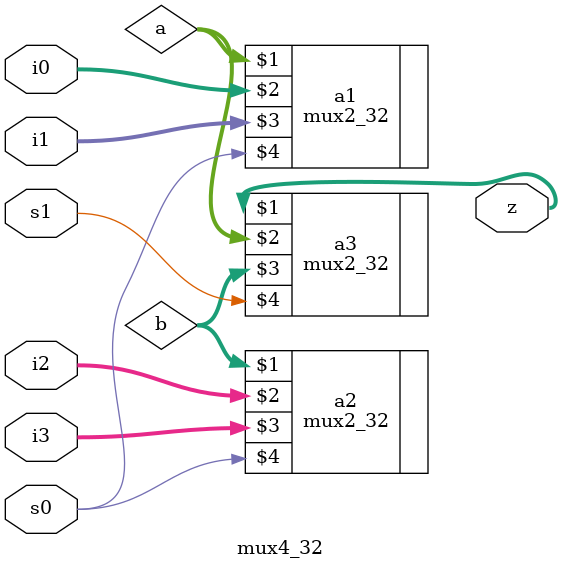
<source format=v>


`timescale 1ns / 1ns

module mux4_32 (z, i0, i1, i2, i3, s0, s1);

output [31:0] z;
input [31:0] i0, i1, i2, i3;
input s0, s1;

wire [31:0] a, b;

mux2_32 a1(a, i0, i1, s0);
mux2_32 a2(b, i2, i3, s0);
mux2_32 a3(z, a, b, s1);

endmodule

</source>
